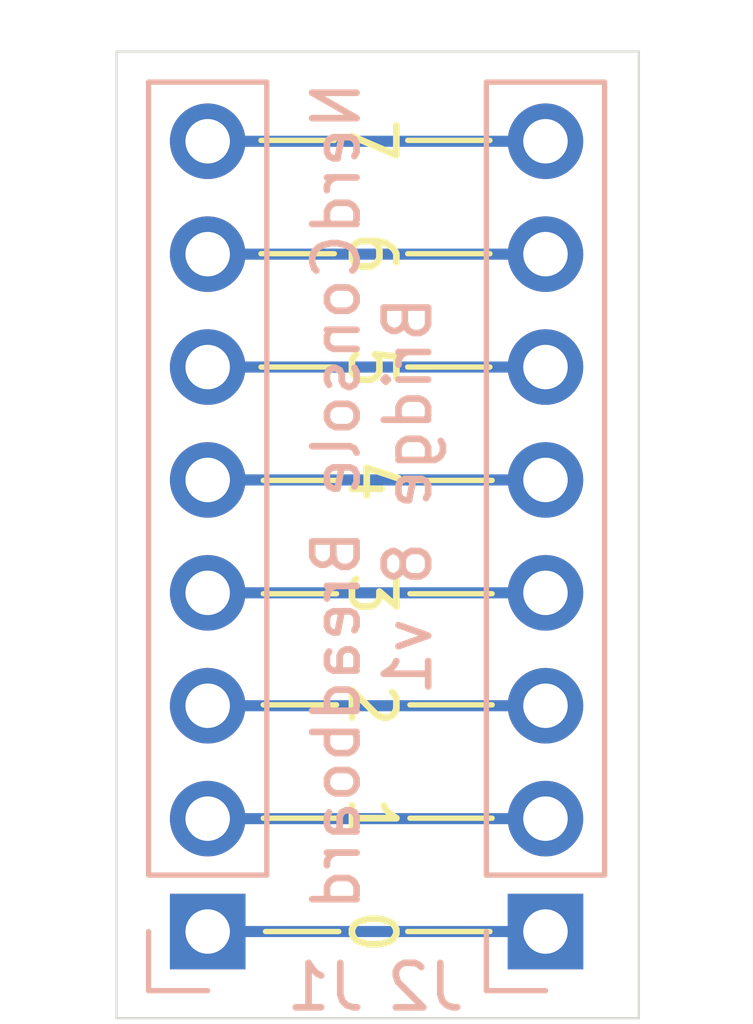
<source format=kicad_pcb>
(kicad_pcb (version 20171130) (host pcbnew "(5.1.9)-1")

  (general
    (thickness 1.6)
    (drawings 29)
    (tracks 8)
    (zones 0)
    (modules 2)
    (nets 9)
  )

  (page A4)
  (layers
    (0 F.Cu signal)
    (31 B.Cu signal)
    (32 B.Adhes user)
    (33 F.Adhes user)
    (34 B.Paste user)
    (35 F.Paste user)
    (36 B.SilkS user)
    (37 F.SilkS user)
    (38 B.Mask user)
    (39 F.Mask user)
    (40 Dwgs.User user)
    (41 Cmts.User user)
    (42 Eco1.User user)
    (43 Eco2.User user)
    (44 Edge.Cuts user)
    (45 Margin user)
    (46 B.CrtYd user)
    (47 F.CrtYd user)
    (48 B.Fab user)
    (49 F.Fab user)
  )

  (setup
    (last_trace_width 0.25)
    (trace_clearance 0.2)
    (zone_clearance 0.508)
    (zone_45_only no)
    (trace_min 0.2)
    (via_size 0.8)
    (via_drill 0.4)
    (via_min_size 0.4)
    (via_min_drill 0.3)
    (uvia_size 0.3)
    (uvia_drill 0.1)
    (uvias_allowed no)
    (uvia_min_size 0.2)
    (uvia_min_drill 0.1)
    (edge_width 0.05)
    (segment_width 0.2)
    (pcb_text_width 0.3)
    (pcb_text_size 1.5 1.5)
    (mod_edge_width 0.12)
    (mod_text_size 1 1)
    (mod_text_width 0.15)
    (pad_size 1.524 1.524)
    (pad_drill 0.762)
    (pad_to_mask_clearance 0)
    (aux_axis_origin 0 0)
    (visible_elements 7FFFFFFF)
    (pcbplotparams
      (layerselection 0x010fc_ffffffff)
      (usegerberextensions false)
      (usegerberattributes true)
      (usegerberadvancedattributes true)
      (creategerberjobfile true)
      (excludeedgelayer true)
      (linewidth 0.100000)
      (plotframeref false)
      (viasonmask false)
      (mode 1)
      (useauxorigin false)
      (hpglpennumber 1)
      (hpglpenspeed 20)
      (hpglpendiameter 15.000000)
      (psnegative false)
      (psa4output false)
      (plotreference true)
      (plotvalue true)
      (plotinvisibletext false)
      (padsonsilk false)
      (subtractmaskfromsilk false)
      (outputformat 1)
      (mirror false)
      (drillshape 0)
      (scaleselection 1)
      (outputdirectory "Gerber/"))
  )

  (net 0 "")
  (net 1 D7)
  (net 2 D5)
  (net 3 D3)
  (net 4 D1)
  (net 5 D6)
  (net 6 D4)
  (net 7 D2)
  (net 8 D0)

  (net_class Default "This is the default net class."
    (clearance 0.2)
    (trace_width 0.25)
    (via_dia 0.8)
    (via_drill 0.4)
    (uvia_dia 0.3)
    (uvia_drill 0.1)
    (add_net D0)
    (add_net D1)
    (add_net D2)
    (add_net D3)
    (add_net D4)
    (add_net D5)
    (add_net D6)
    (add_net D7)
  )

  (module Connector_PinHeader_2.54mm:PinHeader_1x08_P2.54mm_Vertical (layer B.Cu) (tedit 59FED5CC) (tstamp 601B8743)
    (at 160.8 65.05)
    (descr "Through hole straight pin header, 1x08, 2.54mm pitch, single row")
    (tags "Through hole pin header THT 1x08 2.54mm single row")
    (path /601B42A4)
    (fp_text reference J1 (at 2.65 1.25) (layer B.SilkS)
      (effects (font (size 1 1) (thickness 0.15)) (justify mirror))
    )
    (fp_text value Conn_01x08 (at 0 -20.11) (layer B.Fab)
      (effects (font (size 1 1) (thickness 0.15)) (justify mirror))
    )
    (fp_line (start -0.635 1.27) (end 1.27 1.27) (layer B.Fab) (width 0.1))
    (fp_line (start 1.27 1.27) (end 1.27 -19.05) (layer B.Fab) (width 0.1))
    (fp_line (start 1.27 -19.05) (end -1.27 -19.05) (layer B.Fab) (width 0.1))
    (fp_line (start -1.27 -19.05) (end -1.27 0.635) (layer B.Fab) (width 0.1))
    (fp_line (start -1.27 0.635) (end -0.635 1.27) (layer B.Fab) (width 0.1))
    (fp_line (start -1.33 -19.11) (end 1.33 -19.11) (layer B.SilkS) (width 0.12))
    (fp_line (start -1.33 -1.27) (end -1.33 -19.11) (layer B.SilkS) (width 0.12))
    (fp_line (start 1.33 -1.27) (end 1.33 -19.11) (layer B.SilkS) (width 0.12))
    (fp_line (start -1.33 -1.27) (end 1.33 -1.27) (layer B.SilkS) (width 0.12))
    (fp_line (start -1.33 0) (end -1.33 1.33) (layer B.SilkS) (width 0.12))
    (fp_line (start -1.33 1.33) (end 0 1.33) (layer B.SilkS) (width 0.12))
    (fp_line (start -1.8 1.8) (end -1.8 -19.55) (layer B.CrtYd) (width 0.05))
    (fp_line (start -1.8 -19.55) (end 1.8 -19.55) (layer B.CrtYd) (width 0.05))
    (fp_line (start 1.8 -19.55) (end 1.8 1.8) (layer B.CrtYd) (width 0.05))
    (fp_line (start 1.8 1.8) (end -1.8 1.8) (layer B.CrtYd) (width 0.05))
    (fp_text user %R (at 0 -8.89 -90) (layer B.Fab)
      (effects (font (size 1 1) (thickness 0.15)) (justify mirror))
    )
    (pad 8 thru_hole oval (at 0 -17.78) (size 1.7 1.7) (drill 1) (layers *.Cu *.Mask)
      (net 1 D7))
    (pad 7 thru_hole oval (at 0 -15.24) (size 1.7 1.7) (drill 1) (layers *.Cu *.Mask)
      (net 5 D6))
    (pad 6 thru_hole oval (at 0 -12.7) (size 1.7 1.7) (drill 1) (layers *.Cu *.Mask)
      (net 2 D5))
    (pad 5 thru_hole oval (at 0 -10.16) (size 1.7 1.7) (drill 1) (layers *.Cu *.Mask)
      (net 6 D4))
    (pad 4 thru_hole oval (at 0 -7.62) (size 1.7 1.7) (drill 1) (layers *.Cu *.Mask)
      (net 3 D3))
    (pad 3 thru_hole oval (at 0 -5.08) (size 1.7 1.7) (drill 1) (layers *.Cu *.Mask)
      (net 7 D2))
    (pad 2 thru_hole oval (at 0 -2.54) (size 1.7 1.7) (drill 1) (layers *.Cu *.Mask)
      (net 4 D1))
    (pad 1 thru_hole rect (at 0 0) (size 1.7 1.7) (drill 1) (layers *.Cu *.Mask)
      (net 8 D0))
    (model ${KISYS3DMOD}/Connector_PinHeader_2.54mm.3dshapes/PinHeader_1x08_P2.54mm_Vertical.wrl
      (at (xyz 0 0 0))
      (scale (xyz 1 1 1))
      (rotate (xyz 0 0 0))
    )
  )

  (module Connector_PinHeader_2.54mm:PinHeader_1x08_P2.54mm_Vertical (layer B.Cu) (tedit 59FED5CC) (tstamp 601B875F)
    (at 168.4 65.05)
    (descr "Through hole straight pin header, 1x08, 2.54mm pitch, single row")
    (tags "Through hole pin header THT 1x08 2.54mm single row")
    (path /601B2814)
    (fp_text reference J2 (at -2.7 1.25) (layer B.SilkS)
      (effects (font (size 1 1) (thickness 0.15)) (justify mirror))
    )
    (fp_text value Conn_01x08 (at 0 -20.11) (layer B.Fab)
      (effects (font (size 1 1) (thickness 0.15)) (justify mirror))
    )
    (fp_line (start 1.8 1.8) (end -1.8 1.8) (layer B.CrtYd) (width 0.05))
    (fp_line (start 1.8 -19.55) (end 1.8 1.8) (layer B.CrtYd) (width 0.05))
    (fp_line (start -1.8 -19.55) (end 1.8 -19.55) (layer B.CrtYd) (width 0.05))
    (fp_line (start -1.8 1.8) (end -1.8 -19.55) (layer B.CrtYd) (width 0.05))
    (fp_line (start -1.33 1.33) (end 0 1.33) (layer B.SilkS) (width 0.12))
    (fp_line (start -1.33 0) (end -1.33 1.33) (layer B.SilkS) (width 0.12))
    (fp_line (start -1.33 -1.27) (end 1.33 -1.27) (layer B.SilkS) (width 0.12))
    (fp_line (start 1.33 -1.27) (end 1.33 -19.11) (layer B.SilkS) (width 0.12))
    (fp_line (start -1.33 -1.27) (end -1.33 -19.11) (layer B.SilkS) (width 0.12))
    (fp_line (start -1.33 -19.11) (end 1.33 -19.11) (layer B.SilkS) (width 0.12))
    (fp_line (start -1.27 0.635) (end -0.635 1.27) (layer B.Fab) (width 0.1))
    (fp_line (start -1.27 -19.05) (end -1.27 0.635) (layer B.Fab) (width 0.1))
    (fp_line (start 1.27 -19.05) (end -1.27 -19.05) (layer B.Fab) (width 0.1))
    (fp_line (start 1.27 1.27) (end 1.27 -19.05) (layer B.Fab) (width 0.1))
    (fp_line (start -0.635 1.27) (end 1.27 1.27) (layer B.Fab) (width 0.1))
    (fp_text user %R (at 0 -8.89 -90) (layer B.Fab)
      (effects (font (size 1 1) (thickness 0.15)) (justify mirror))
    )
    (pad 1 thru_hole rect (at 0 0) (size 1.7 1.7) (drill 1) (layers *.Cu *.Mask)
      (net 8 D0))
    (pad 2 thru_hole oval (at 0 -2.54) (size 1.7 1.7) (drill 1) (layers *.Cu *.Mask)
      (net 4 D1))
    (pad 3 thru_hole oval (at 0 -5.08) (size 1.7 1.7) (drill 1) (layers *.Cu *.Mask)
      (net 7 D2))
    (pad 4 thru_hole oval (at 0 -7.62) (size 1.7 1.7) (drill 1) (layers *.Cu *.Mask)
      (net 3 D3))
    (pad 5 thru_hole oval (at 0 -10.16) (size 1.7 1.7) (drill 1) (layers *.Cu *.Mask)
      (net 6 D4))
    (pad 6 thru_hole oval (at 0 -12.7) (size 1.7 1.7) (drill 1) (layers *.Cu *.Mask)
      (net 2 D5))
    (pad 7 thru_hole oval (at 0 -15.24) (size 1.7 1.7) (drill 1) (layers *.Cu *.Mask)
      (net 5 D6))
    (pad 8 thru_hole oval (at 0 -17.78) (size 1.7 1.7) (drill 1) (layers *.Cu *.Mask)
      (net 1 D7))
    (model ${KISYS3DMOD}/Connector_PinHeader_2.54mm.3dshapes/PinHeader_1x08_P2.54mm_Vertical.wrl
      (at (xyz 0 0 0))
      (scale (xyz 1 1 1))
      (rotate (xyz 0 0 0))
    )
  )

  (gr_text "NerdConsole Breadboard\nBridge 8 v1" (at 164.5 55.25 90) (layer B.SilkS)
    (effects (font (size 1 1) (thickness 0.15)) (justify mirror))
  )
  (gr_line (start 170.5 67) (end 158.75 67) (layer Edge.Cuts) (width 0.05) (tstamp 601B8C65))
  (gr_line (start 170.5 45.25) (end 170.5 67) (layer Edge.Cuts) (width 0.05))
  (gr_line (start 158.75 45.25) (end 170.5 45.25) (layer Edge.Cuts) (width 0.05))
  (gr_line (start 158.75 67) (end 158.75 45.25) (layer Edge.Cuts) (width 0.05))
  (gr_line (start 165.3 47.25) (end 167.15 47.25) (layer F.SilkS) (width 0.12) (tstamp 601B8B76))
  (gr_line (start 163.65 47.25) (end 162 47.25) (layer F.SilkS) (width 0.12) (tstamp 601B8B75))
  (gr_line (start 165.3 49.8) (end 167.15 49.8) (layer F.SilkS) (width 0.12) (tstamp 601B8B76))
  (gr_line (start 163.65 49.8) (end 162 49.8) (layer F.SilkS) (width 0.12) (tstamp 601B8B75))
  (gr_line (start 165.3 52.35) (end 167.15 52.35) (layer F.SilkS) (width 0.12) (tstamp 601B8B76))
  (gr_line (start 163.65 52.35) (end 162 52.35) (layer F.SilkS) (width 0.12) (tstamp 601B8B75))
  (gr_line (start 165.35 54.9) (end 167.2 54.9) (layer F.SilkS) (width 0.12) (tstamp 601B8B76))
  (gr_line (start 163.7 54.9) (end 162.05 54.9) (layer F.SilkS) (width 0.12) (tstamp 601B8B75))
  (gr_line (start 165.35 57.45) (end 167.2 57.45) (layer F.SilkS) (width 0.12) (tstamp 601B8B76))
  (gr_line (start 163.7 57.45) (end 162.05 57.45) (layer F.SilkS) (width 0.12) (tstamp 601B8B75))
  (gr_line (start 165.35 59.95) (end 167.2 59.95) (layer F.SilkS) (width 0.12) (tstamp 601B8B76))
  (gr_line (start 163.7 59.95) (end 162.05 59.95) (layer F.SilkS) (width 0.12) (tstamp 601B8B75))
  (gr_line (start 165.35 62.5) (end 167.2 62.5) (layer F.SilkS) (width 0.12) (tstamp 601B8B76))
  (gr_line (start 163.7 62.5) (end 162.05 62.5) (layer F.SilkS) (width 0.12) (tstamp 601B8B75))
  (gr_line (start 165.3 65.05) (end 167.15 65.05) (layer F.SilkS) (width 0.12))
  (gr_line (start 163.75 65.05) (end 162.1 65.05) (layer F.SilkS) (width 0.12))
  (gr_text 7 (at 164.5 47.25 270) (layer F.SilkS)
    (effects (font (size 1 1) (thickness 0.15)))
  )
  (gr_text 6 (at 164.5 49.8 270) (layer F.SilkS)
    (effects (font (size 1 1) (thickness 0.15)))
  )
  (gr_text 5 (at 164.5 52.35 270) (layer F.SilkS)
    (effects (font (size 1 1) (thickness 0.15)))
  )
  (gr_text 4 (at 164.5 54.9 270) (layer F.SilkS)
    (effects (font (size 1 1) (thickness 0.15)))
  )
  (gr_text 3 (at 164.5 57.45 270) (layer F.SilkS)
    (effects (font (size 1 1) (thickness 0.15)))
  )
  (gr_text 2 (at 164.5 59.95 270) (layer F.SilkS)
    (effects (font (size 1 1) (thickness 0.15)))
  )
  (gr_text 1 (at 164.5 62.5 270) (layer F.SilkS)
    (effects (font (size 1 1) (thickness 0.15)))
  )
  (gr_text 0 (at 164.5 65.05 270) (layer F.SilkS)
    (effects (font (size 1 1) (thickness 0.15)))
  )

  (segment (start 168.4 47.27) (end 160.8 47.27) (width 0.25) (layer B.Cu) (net 1))
  (segment (start 168.4 52.35) (end 160.8 52.35) (width 0.25) (layer B.Cu) (net 2))
  (segment (start 168.4 57.43) (end 160.8 57.43) (width 0.25) (layer B.Cu) (net 3))
  (segment (start 168.4 62.51) (end 160.8 62.51) (width 0.25) (layer B.Cu) (net 4))
  (segment (start 160.8 49.81) (end 168.4 49.81) (width 0.25) (layer B.Cu) (net 5))
  (segment (start 160.8 54.89) (end 168.4 54.89) (width 0.25) (layer B.Cu) (net 6))
  (segment (start 160.8 59.97) (end 168.4 59.97) (width 0.25) (layer B.Cu) (net 7))
  (segment (start 160.8 65.05) (end 168.4 65.05) (width 0.25) (layer B.Cu) (net 8))

)

</source>
